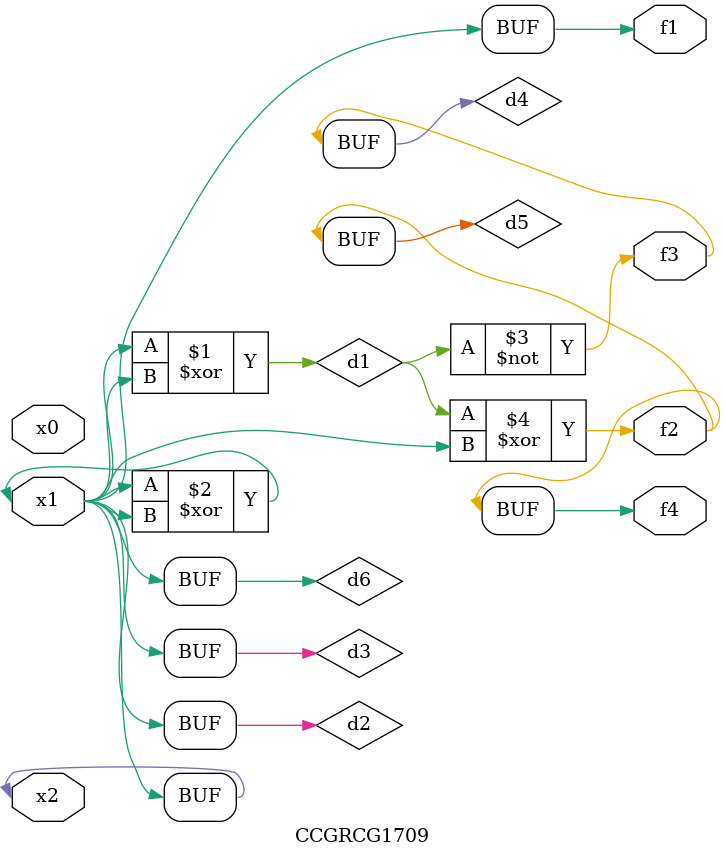
<source format=v>
module CCGRCG1709(
	input x0, x1, x2,
	output f1, f2, f3, f4
);

	wire d1, d2, d3, d4, d5, d6;

	xor (d1, x1, x2);
	buf (d2, x1, x2);
	xor (d3, x1, x2);
	nor (d4, d1);
	xor (d5, d1, d2);
	buf (d6, d2, d3);
	assign f1 = d6;
	assign f2 = d5;
	assign f3 = d4;
	assign f4 = d5;
endmodule

</source>
